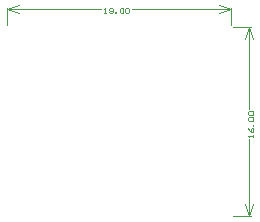
<source format=gbr>
%TF.GenerationSoftware,Altium Limited,Altium Designer,20.1.8 (145)*%
G04 Layer_Color=65280*
%FSLAX45Y45*%
%MOMM*%
%TF.SameCoordinates,69C50D53-9BFA-4F85-B750-FB8D41B2BBF4*%
%TF.FilePolarity,Positive*%
%TF.FileFunction,Other,Dimensions*%
%TF.Part,Single*%
G01*
G75*
%TA.AperFunction,NonConductor*%
%ADD45C,0.10200*%
D45*
X1800000Y1717289D02*
X1900000Y1750622D01*
X1800000Y1783955D02*
X1900000Y1750622D01*
X0D02*
X100000Y1783955D01*
X0Y1750622D02*
X100000Y1717289D01*
X1058298Y1750622D02*
X1900000D01*
X0D02*
X800903D01*
X1900000Y1615280D02*
Y1760822D01*
X0Y1615280D02*
Y1760822D01*
X2053390Y1600000D02*
X2086723Y1500000D01*
X2020057D02*
X2053390Y1600000D01*
X2020057Y100000D02*
X2053390Y0D01*
X2086723Y100000D01*
X2053390Y908298D02*
Y1600000D01*
Y0D02*
Y650903D01*
X1915280Y1600000D02*
X2063590D01*
X1915280Y0D02*
X2063590D01*
X821302Y1715431D02*
X837964D01*
X829633D01*
Y1765414D01*
X821302Y1757084D01*
X862956Y1723761D02*
X871286Y1715431D01*
X887947D01*
X896278Y1723761D01*
Y1757084D01*
X887947Y1765414D01*
X871286D01*
X862956Y1757084D01*
Y1748753D01*
X871286Y1740422D01*
X896278D01*
X912939Y1715431D02*
Y1723761D01*
X921270D01*
Y1715431D01*
X912939D01*
X954592Y1757084D02*
X962923Y1765414D01*
X979584D01*
X987915Y1757084D01*
Y1723761D01*
X979584Y1715431D01*
X962923D01*
X954592Y1723761D01*
Y1757084D01*
X1004576D02*
X1012907Y1765414D01*
X1029568D01*
X1037899Y1757084D01*
Y1723761D01*
X1029568Y1715431D01*
X1012907D01*
X1004576Y1723761D01*
Y1757084D01*
X2088582Y671302D02*
Y687964D01*
Y679633D01*
X2038598D01*
X2046928Y671302D01*
X2038598Y746278D02*
X2046928Y729617D01*
X2063590Y712956D01*
X2080251D01*
X2088582Y721286D01*
Y737947D01*
X2080251Y746278D01*
X2071920D01*
X2063590Y737947D01*
Y712956D01*
X2088582Y762939D02*
X2080251D01*
Y771270D01*
X2088582D01*
Y762939D01*
X2046928Y804592D02*
X2038598Y812923D01*
Y829584D01*
X2046928Y837915D01*
X2080251D01*
X2088582Y829584D01*
Y812923D01*
X2080251Y804592D01*
X2046928D01*
Y854576D02*
X2038598Y862907D01*
Y879568D01*
X2046928Y887899D01*
X2080251D01*
X2088582Y879568D01*
Y862907D01*
X2080251Y854576D01*
X2046928D01*
%TF.MD5,12fa66e875636708e46adbe913b88510*%
M02*

</source>
